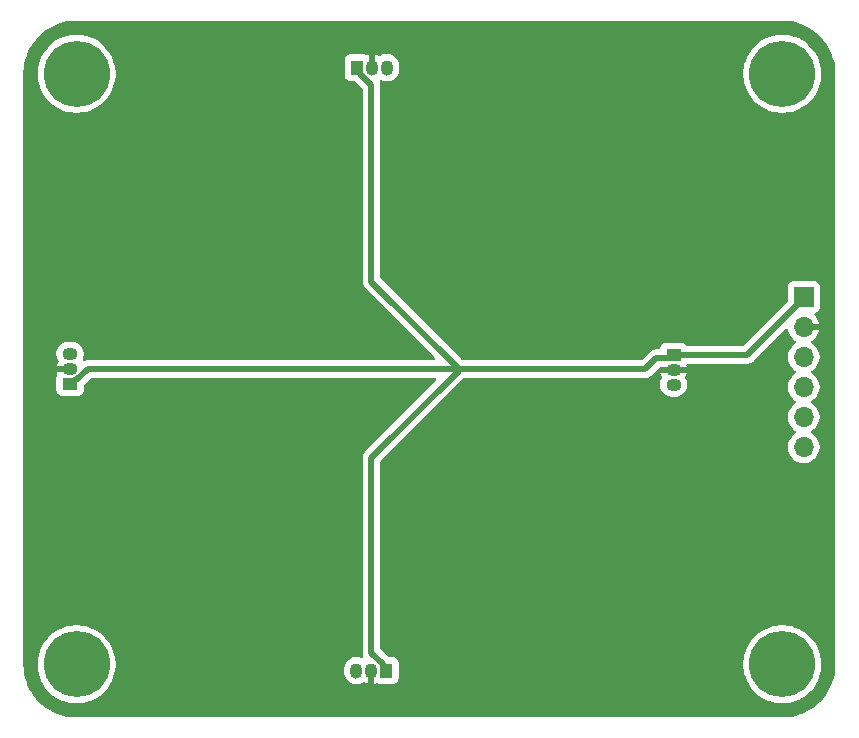
<source format=gbr>
%TF.GenerationSoftware,KiCad,Pcbnew,9.0.0*%
%TF.CreationDate,2025-06-04T23:47:33+02:00*%
%TF.ProjectId,uv_controler,75765f63-6f6e-4747-926f-6c65722e6b69,rev?*%
%TF.SameCoordinates,Original*%
%TF.FileFunction,Copper,L2,Bot*%
%TF.FilePolarity,Positive*%
%FSLAX46Y46*%
G04 Gerber Fmt 4.6, Leading zero omitted, Abs format (unit mm)*
G04 Created by KiCad (PCBNEW 9.0.0) date 2025-06-04 23:47:33*
%MOMM*%
%LPD*%
G01*
G04 APERTURE LIST*
%TA.AperFunction,ComponentPad*%
%ADD10R,1.050000X1.300000*%
%TD*%
%TA.AperFunction,ComponentPad*%
%ADD11O,1.050000X1.300000*%
%TD*%
%TA.AperFunction,ComponentPad*%
%ADD12R,1.300000X1.050000*%
%TD*%
%TA.AperFunction,ComponentPad*%
%ADD13O,1.300000X1.050000*%
%TD*%
%TA.AperFunction,ComponentPad*%
%ADD14R,1.700000X1.700000*%
%TD*%
%TA.AperFunction,ComponentPad*%
%ADD15O,1.700000X1.700000*%
%TD*%
%TA.AperFunction,ComponentPad*%
%ADD16C,5.600000*%
%TD*%
%TA.AperFunction,Conductor*%
%ADD17C,0.500000*%
%TD*%
G04 APERTURE END LIST*
D10*
%TO.P,U10,1,SUPPLY*%
%TO.N,+5VD*%
X54470534Y-61475000D03*
D11*
%TO.P,U10,2,GND*%
%TO.N,GND2*%
X55740534Y-61475000D03*
%TO.P,U10,3,OUTPUT*%
%TO.N,/JOY_FORWARD_D*%
X57010534Y-61475000D03*
%TD*%
D12*
%TO.P,U9,1,SUPPLY*%
%TO.N,+5VD*%
X81285534Y-85787500D03*
D13*
%TO.P,U9,2,GND*%
%TO.N,GND2*%
X81285534Y-87057500D03*
%TO.P,U9,3,OUTPUT*%
%TO.N,/JOY_RIGHT_D*%
X81285534Y-88327500D03*
%TD*%
D14*
%TO.P,J4,1,Pin_1*%
%TO.N,+5VD*%
X92300000Y-80900000D03*
D15*
%TO.P,J4,2,Pin_2*%
%TO.N,GND2*%
X92300000Y-83440000D03*
%TO.P,J4,3,Pin_3*%
%TO.N,/JOY_FORWARD_D*%
X92300000Y-85980000D03*
%TO.P,J4,4,Pin_4*%
%TO.N,/JOY_RIGHT_D*%
X92300000Y-88520000D03*
%TO.P,J4,5,Pin_5*%
%TO.N,/JOY_BACKWARD_D*%
X92300000Y-91060000D03*
%TO.P,J4,6,Pin_6*%
%TO.N,/JOY_LEFT_D*%
X92300000Y-93600000D03*
%TD*%
D16*
%TO.P,REF\u002A\u002A,1*%
%TO.N,N/C*%
X30735534Y-112000000D03*
%TD*%
D10*
%TO.P,U11,1,SUPPLY*%
%TO.N,+5VD*%
X56973034Y-112525000D03*
D11*
%TO.P,U11,2,GND*%
%TO.N,GND2*%
X55703034Y-112525000D03*
%TO.P,U11,3,OUTPUT*%
%TO.N,/JOY_BACKWARD_D*%
X54433034Y-112525000D03*
%TD*%
D16*
%TO.P,REF\u002A\u002A,1*%
%TO.N,N/C*%
X90485534Y-112000000D03*
%TD*%
%TO.P,REF\u002A\u002A,1*%
%TO.N,N/C*%
X30735534Y-62000000D03*
%TD*%
D12*
%TO.P,U12,1,SUPPLY*%
%TO.N,+5VD*%
X30185534Y-88250000D03*
D13*
%TO.P,U12,2,GND*%
%TO.N,GND2*%
X30185534Y-86980000D03*
%TO.P,U12,3,OUTPUT*%
%TO.N,/JOY_LEFT_D*%
X30185534Y-85710000D03*
%TD*%
D16*
%TO.P,REF\u002A\u002A,1*%
%TO.N,N/C*%
X90485534Y-62000000D03*
%TD*%
D17*
%TO.N,+5VD*%
X92300000Y-81000000D02*
X87500000Y-85800000D01*
X81285534Y-85787500D02*
X80991534Y-86081500D01*
X56973034Y-112525000D02*
X56679034Y-112231000D01*
X63075000Y-86975000D02*
X55700000Y-79600000D01*
X31670806Y-87000000D02*
X33200000Y-87000000D01*
X56679034Y-112231000D02*
X56679034Y-111995728D01*
X30714806Y-87956000D02*
X31670806Y-87000000D01*
X55700000Y-79600000D02*
X55700000Y-63200000D01*
X56679034Y-111995728D02*
X55700000Y-111016694D01*
X92300000Y-80900000D02*
X92300000Y-81000000D01*
X54764534Y-61769000D02*
X54470534Y-61475000D01*
X63075000Y-87125000D02*
X63075000Y-87000000D01*
X55700000Y-111016694D02*
X55700000Y-110800000D01*
X78900000Y-87000000D02*
X63075000Y-87000000D01*
X31670806Y-87000000D02*
X63075000Y-87000000D01*
X55700000Y-62939738D02*
X54764534Y-62004272D01*
X80991534Y-86081500D02*
X79818500Y-86081500D01*
X55700000Y-94500000D02*
X63075000Y-87125000D01*
X87487500Y-85787500D02*
X81285534Y-85787500D01*
X87500000Y-85800000D02*
X87487500Y-85787500D01*
X30185534Y-88250000D02*
X30479534Y-87956000D01*
X30479534Y-87956000D02*
X30714806Y-87956000D01*
X55700000Y-63200000D02*
X55700000Y-62939738D01*
X54764534Y-62004272D02*
X54764534Y-61769000D01*
X55700000Y-110800000D02*
X55700000Y-94500000D01*
X63075000Y-87000000D02*
X63075000Y-86975000D01*
X79818500Y-86081500D02*
X78900000Y-87000000D01*
%TD*%
%TA.AperFunction,Conductor*%
%TO.N,GND2*%
G36*
X90488233Y-57500618D02*
G01*
X90872295Y-57517388D01*
X90883037Y-57518328D01*
X91261497Y-57568156D01*
X91272124Y-57570029D01*
X91644802Y-57652652D01*
X91655240Y-57655449D01*
X92019288Y-57770235D01*
X92029438Y-57773930D01*
X92305332Y-57888211D01*
X92382091Y-57920006D01*
X92391895Y-57924578D01*
X92730474Y-58100833D01*
X92739815Y-58106226D01*
X93024808Y-58287788D01*
X93061751Y-58311324D01*
X93070608Y-58317525D01*
X93373431Y-58549891D01*
X93373442Y-58549899D01*
X93381729Y-58556853D01*
X93663146Y-58814726D01*
X93670795Y-58822375D01*
X93928671Y-59103800D01*
X93935624Y-59112087D01*
X94167982Y-59414904D01*
X94174187Y-59423765D01*
X94379280Y-59745698D01*
X94384688Y-59755066D01*
X94560933Y-60093631D01*
X94565502Y-60103428D01*
X94680560Y-60381204D01*
X94711576Y-60456082D01*
X94715275Y-60466245D01*
X94813296Y-60777128D01*
X94830057Y-60830285D01*
X94832857Y-60840735D01*
X94915472Y-61213391D01*
X94917350Y-61224044D01*
X94967171Y-61602474D01*
X94968114Y-61613249D01*
X94980595Y-61899119D01*
X94984916Y-61998067D01*
X94985034Y-62003476D01*
X94985034Y-111997293D01*
X94984916Y-112002702D01*
X94968148Y-112386753D01*
X94967205Y-112397529D01*
X94917384Y-112775958D01*
X94915506Y-112786612D01*
X94832887Y-113159279D01*
X94830087Y-113169727D01*
X94715309Y-113533760D01*
X94711609Y-113543926D01*
X94565536Y-113896579D01*
X94560964Y-113906383D01*
X94384718Y-114244950D01*
X94379310Y-114254318D01*
X94174215Y-114576254D01*
X94168010Y-114585115D01*
X93935650Y-114887934D01*
X93928697Y-114896221D01*
X93670819Y-115177648D01*
X93663170Y-115185297D01*
X93381745Y-115443178D01*
X93373464Y-115450126D01*
X93232859Y-115558018D01*
X93070640Y-115682494D01*
X93061779Y-115688698D01*
X92739849Y-115893793D01*
X92730480Y-115899202D01*
X92391913Y-116075449D01*
X92382110Y-116080021D01*
X92029454Y-116226099D01*
X92019288Y-116229799D01*
X91655254Y-116344580D01*
X91644805Y-116347380D01*
X91272143Y-116430000D01*
X91261490Y-116431878D01*
X90883058Y-116481702D01*
X90872282Y-116482645D01*
X90489012Y-116499382D01*
X90483602Y-116499500D01*
X30738240Y-116499500D01*
X30732831Y-116499382D01*
X30348781Y-116482614D01*
X30338007Y-116481671D01*
X30148789Y-116456760D01*
X29959574Y-116431850D01*
X29948924Y-116429972D01*
X29576258Y-116347354D01*
X29565811Y-116344555D01*
X29201777Y-116229776D01*
X29191611Y-116226076D01*
X28838959Y-116080003D01*
X28829155Y-116075431D01*
X28716911Y-116017001D01*
X28490574Y-115899177D01*
X28481218Y-115893776D01*
X28159312Y-115688698D01*
X28159295Y-115688687D01*
X28150434Y-115682483D01*
X27847608Y-115450117D01*
X27839321Y-115443164D01*
X27648942Y-115268714D01*
X27557883Y-115185274D01*
X27550246Y-115177636D01*
X27292374Y-114896218D01*
X27285420Y-114887931D01*
X27053048Y-114585098D01*
X27046844Y-114576237D01*
X27033539Y-114555353D01*
X26841751Y-114254306D01*
X26836358Y-114244966D01*
X26660097Y-113906371D01*
X26655528Y-113896573D01*
X26573627Y-113698848D01*
X26509453Y-113543918D01*
X26505754Y-113533755D01*
X26390970Y-113169705D01*
X26388177Y-113159279D01*
X26305555Y-112786598D01*
X26303682Y-112775971D01*
X26253856Y-112397506D01*
X26252916Y-112386771D01*
X26236152Y-112002793D01*
X26236034Y-111997384D01*
X26236034Y-111837857D01*
X27435034Y-111837857D01*
X27435034Y-112162143D01*
X27444588Y-112259152D01*
X27466818Y-112484857D01*
X27466821Y-112484874D01*
X27530079Y-112802902D01*
X27530082Y-112802913D01*
X27624220Y-113113247D01*
X27748320Y-113412849D01*
X27748322Y-113412854D01*
X27901180Y-113698830D01*
X27901191Y-113698848D01*
X28081345Y-113968467D01*
X28081355Y-113968481D01*
X28287080Y-114219158D01*
X28516375Y-114448453D01*
X28516380Y-114448457D01*
X28516381Y-114448458D01*
X28767058Y-114654183D01*
X29036692Y-114834347D01*
X29036701Y-114834352D01*
X29036703Y-114834353D01*
X29322679Y-114987211D01*
X29322681Y-114987211D01*
X29322687Y-114987215D01*
X29622288Y-115111314D01*
X29932611Y-115205449D01*
X29932617Y-115205450D01*
X29932620Y-115205451D01*
X29932631Y-115205454D01*
X30132062Y-115245122D01*
X30250666Y-115268714D01*
X30573391Y-115300500D01*
X30573394Y-115300500D01*
X30897674Y-115300500D01*
X30897677Y-115300500D01*
X31220402Y-115268714D01*
X31377829Y-115237399D01*
X31538436Y-115205454D01*
X31538447Y-115205451D01*
X31538447Y-115205450D01*
X31538457Y-115205449D01*
X31848780Y-115111314D01*
X32148381Y-114987215D01*
X32434376Y-114834347D01*
X32704010Y-114654183D01*
X32954687Y-114448458D01*
X33183992Y-114219153D01*
X33389717Y-113968476D01*
X33569881Y-113698842D01*
X33722749Y-113412847D01*
X33846848Y-113113246D01*
X33940983Y-112802923D01*
X33940985Y-112802913D01*
X33940988Y-112802902D01*
X33989787Y-112557568D01*
X34004248Y-112484868D01*
X34036034Y-112162143D01*
X34036034Y-111837857D01*
X34004248Y-111515132D01*
X33972359Y-111354815D01*
X33940988Y-111197097D01*
X33940985Y-111197086D01*
X33940984Y-111197083D01*
X33940983Y-111197077D01*
X33846848Y-110886754D01*
X33722749Y-110587153D01*
X33569881Y-110301158D01*
X33389717Y-110031524D01*
X33183992Y-109780847D01*
X33183991Y-109780846D01*
X33183987Y-109780841D01*
X32954692Y-109551546D01*
X32704015Y-109345821D01*
X32704014Y-109345820D01*
X32704010Y-109345817D01*
X32434376Y-109165653D01*
X32434371Y-109165650D01*
X32434364Y-109165646D01*
X32148388Y-109012788D01*
X32148383Y-109012786D01*
X31848781Y-108888686D01*
X31538447Y-108794548D01*
X31538436Y-108794545D01*
X31220408Y-108731287D01*
X31220391Y-108731284D01*
X30976346Y-108707248D01*
X30897677Y-108699500D01*
X30573391Y-108699500D01*
X30500633Y-108706666D01*
X30250676Y-108731284D01*
X30250659Y-108731287D01*
X29932631Y-108794545D01*
X29932620Y-108794548D01*
X29622286Y-108888686D01*
X29322684Y-109012786D01*
X29322679Y-109012788D01*
X29036703Y-109165646D01*
X29036685Y-109165657D01*
X28767066Y-109345811D01*
X28767052Y-109345821D01*
X28516375Y-109551546D01*
X28287080Y-109780841D01*
X28081355Y-110031518D01*
X28081345Y-110031532D01*
X27901191Y-110301151D01*
X27901180Y-110301169D01*
X27748322Y-110587145D01*
X27748320Y-110587150D01*
X27624220Y-110886752D01*
X27530082Y-111197086D01*
X27530079Y-111197097D01*
X27466821Y-111515125D01*
X27466818Y-111515142D01*
X27444053Y-111746282D01*
X27435034Y-111837857D01*
X26236034Y-111837857D01*
X26236034Y-85608992D01*
X29035034Y-85608992D01*
X29035034Y-85811007D01*
X29074441Y-86009119D01*
X29074443Y-86009127D01*
X29151746Y-86195754D01*
X29205738Y-86276558D01*
X29226615Y-86343235D01*
X29208130Y-86410615D01*
X29205738Y-86414337D01*
X29152189Y-86494479D01*
X29152188Y-86494481D01*
X29074924Y-86681016D01*
X29074921Y-86681025D01*
X29065181Y-86730000D01*
X29905204Y-86730000D01*
X29885459Y-86749745D01*
X29836090Y-86835255D01*
X29810534Y-86930630D01*
X29810534Y-87029370D01*
X29836090Y-87124745D01*
X29885459Y-87210255D01*
X29899704Y-87224500D01*
X29487663Y-87224500D01*
X29487659Y-87224501D01*
X29455111Y-87228000D01*
X29443110Y-87229290D01*
X29429859Y-87230000D01*
X29065181Y-87230000D01*
X29074921Y-87278974D01*
X29074924Y-87278983D01*
X29108207Y-87359335D01*
X29115676Y-87428804D01*
X29095690Y-87474723D01*
X29095988Y-87474886D01*
X29094170Y-87478213D01*
X29092919Y-87481090D01*
X29091740Y-87482664D01*
X29091736Y-87482671D01*
X29041442Y-87617517D01*
X29035035Y-87677116D01*
X29035034Y-87677135D01*
X29035034Y-88822870D01*
X29035035Y-88822876D01*
X29041442Y-88882483D01*
X29091736Y-89017328D01*
X29091740Y-89017335D01*
X29177986Y-89132544D01*
X29177989Y-89132547D01*
X29293198Y-89218793D01*
X29293205Y-89218797D01*
X29428051Y-89269091D01*
X29428050Y-89269091D01*
X29434978Y-89269835D01*
X29487661Y-89275500D01*
X30883406Y-89275499D01*
X30943017Y-89269091D01*
X31077865Y-89218796D01*
X31193080Y-89132546D01*
X31279330Y-89017331D01*
X31329625Y-88882483D01*
X31336034Y-88822873D01*
X31336033Y-88447500D01*
X31355717Y-88380462D01*
X31372347Y-88359825D01*
X31945354Y-87786819D01*
X32006677Y-87753334D01*
X32033035Y-87750500D01*
X61088770Y-87750500D01*
X61155809Y-87770185D01*
X61201564Y-87822989D01*
X61211508Y-87892147D01*
X61182483Y-87955703D01*
X61176451Y-87962181D01*
X55117052Y-94021578D01*
X55117049Y-94021581D01*
X55082082Y-94073913D01*
X55082083Y-94073914D01*
X55034913Y-94144508D01*
X54978343Y-94281082D01*
X54978340Y-94281092D01*
X54949500Y-94426079D01*
X54949500Y-94426082D01*
X54949500Y-110726082D01*
X54949500Y-111090612D01*
X54949500Y-111090614D01*
X54949499Y-111090614D01*
X54978340Y-111235601D01*
X54978342Y-111235607D01*
X55003918Y-111297352D01*
X55011387Y-111366821D01*
X54980112Y-111429301D01*
X54920023Y-111464953D01*
X54850198Y-111462460D01*
X54841904Y-111459366D01*
X54732161Y-111413909D01*
X54732153Y-111413907D01*
X54534041Y-111374500D01*
X54534037Y-111374500D01*
X54332031Y-111374500D01*
X54332026Y-111374500D01*
X54133914Y-111413907D01*
X54133906Y-111413909D01*
X53947281Y-111491212D01*
X53947271Y-111491217D01*
X53779315Y-111603441D01*
X53636475Y-111746281D01*
X53524251Y-111914237D01*
X53524246Y-111914247D01*
X53446943Y-112100872D01*
X53446941Y-112100880D01*
X53407534Y-112298992D01*
X53407534Y-112751007D01*
X53446941Y-112949119D01*
X53446943Y-112949127D01*
X53524246Y-113135752D01*
X53524251Y-113135762D01*
X53636475Y-113303718D01*
X53779315Y-113446558D01*
X53947271Y-113558782D01*
X53947275Y-113558784D01*
X53947278Y-113558786D01*
X54133907Y-113636091D01*
X54299811Y-113669091D01*
X54332026Y-113675499D01*
X54332030Y-113675500D01*
X54332031Y-113675500D01*
X54534038Y-113675500D01*
X54534039Y-113675499D01*
X54732161Y-113636091D01*
X54918790Y-113558786D01*
X54999596Y-113504792D01*
X55066268Y-113483917D01*
X55133648Y-113502401D01*
X55137374Y-113504795D01*
X55217513Y-113558343D01*
X55217520Y-113558347D01*
X55404050Y-113635609D01*
X55404059Y-113635612D01*
X55453034Y-113645353D01*
X55453034Y-112805330D01*
X55472779Y-112825075D01*
X55558289Y-112874444D01*
X55653664Y-112900000D01*
X55752404Y-112900000D01*
X55847779Y-112874444D01*
X55933289Y-112825075D01*
X55947534Y-112810830D01*
X55947534Y-113222870D01*
X55947535Y-113222874D01*
X55952324Y-113267421D01*
X55953034Y-113280675D01*
X55953034Y-113645352D01*
X56002008Y-113635611D01*
X56002012Y-113635610D01*
X56082367Y-113602326D01*
X56151836Y-113594857D01*
X56197759Y-113614845D01*
X56197922Y-113614547D01*
X56201254Y-113616366D01*
X56204129Y-113617618D01*
X56205702Y-113618795D01*
X56205704Y-113618797D01*
X56340551Y-113669091D01*
X56340550Y-113669091D01*
X56347478Y-113669835D01*
X56400161Y-113675500D01*
X57545906Y-113675499D01*
X57605517Y-113669091D01*
X57740365Y-113618796D01*
X57855580Y-113532546D01*
X57941830Y-113417331D01*
X57992125Y-113282483D01*
X57998534Y-113222873D01*
X57998533Y-111837857D01*
X87185034Y-111837857D01*
X87185034Y-112162143D01*
X87194588Y-112259152D01*
X87216818Y-112484857D01*
X87216821Y-112484874D01*
X87280079Y-112802902D01*
X87280082Y-112802913D01*
X87374220Y-113113247D01*
X87498320Y-113412849D01*
X87498322Y-113412854D01*
X87651180Y-113698830D01*
X87651191Y-113698848D01*
X87831345Y-113968467D01*
X87831355Y-113968481D01*
X88037080Y-114219158D01*
X88266375Y-114448453D01*
X88266380Y-114448457D01*
X88266381Y-114448458D01*
X88517058Y-114654183D01*
X88786692Y-114834347D01*
X88786701Y-114834352D01*
X88786703Y-114834353D01*
X89072679Y-114987211D01*
X89072681Y-114987211D01*
X89072687Y-114987215D01*
X89372288Y-115111314D01*
X89682611Y-115205449D01*
X89682617Y-115205450D01*
X89682620Y-115205451D01*
X89682631Y-115205454D01*
X89882062Y-115245122D01*
X90000666Y-115268714D01*
X90323391Y-115300500D01*
X90323394Y-115300500D01*
X90647674Y-115300500D01*
X90647677Y-115300500D01*
X90970402Y-115268714D01*
X91127829Y-115237399D01*
X91288436Y-115205454D01*
X91288447Y-115205451D01*
X91288447Y-115205450D01*
X91288457Y-115205449D01*
X91598780Y-115111314D01*
X91898381Y-114987215D01*
X92184376Y-114834347D01*
X92454010Y-114654183D01*
X92704687Y-114448458D01*
X92933992Y-114219153D01*
X93139717Y-113968476D01*
X93319881Y-113698842D01*
X93472749Y-113412847D01*
X93596848Y-113113246D01*
X93690983Y-112802923D01*
X93690985Y-112802913D01*
X93690988Y-112802902D01*
X93739787Y-112557568D01*
X93754248Y-112484868D01*
X93786034Y-112162143D01*
X93786034Y-111837857D01*
X93754248Y-111515132D01*
X93722359Y-111354815D01*
X93690988Y-111197097D01*
X93690985Y-111197086D01*
X93690984Y-111197083D01*
X93690983Y-111197077D01*
X93596848Y-110886754D01*
X93472749Y-110587153D01*
X93319881Y-110301158D01*
X93139717Y-110031524D01*
X92933992Y-109780847D01*
X92933991Y-109780846D01*
X92933987Y-109780841D01*
X92704692Y-109551546D01*
X92454015Y-109345821D01*
X92454014Y-109345820D01*
X92454010Y-109345817D01*
X92184376Y-109165653D01*
X92184371Y-109165650D01*
X92184364Y-109165646D01*
X91898388Y-109012788D01*
X91898383Y-109012786D01*
X91598781Y-108888686D01*
X91288447Y-108794548D01*
X91288436Y-108794545D01*
X90970408Y-108731287D01*
X90970391Y-108731284D01*
X90726346Y-108707248D01*
X90647677Y-108699500D01*
X90323391Y-108699500D01*
X90250633Y-108706666D01*
X90000676Y-108731284D01*
X90000659Y-108731287D01*
X89682631Y-108794545D01*
X89682620Y-108794548D01*
X89372286Y-108888686D01*
X89072684Y-109012786D01*
X89072679Y-109012788D01*
X88786703Y-109165646D01*
X88786685Y-109165657D01*
X88517066Y-109345811D01*
X88517052Y-109345821D01*
X88266375Y-109551546D01*
X88037080Y-109780841D01*
X87831355Y-110031518D01*
X87831345Y-110031532D01*
X87651191Y-110301151D01*
X87651180Y-110301169D01*
X87498322Y-110587145D01*
X87498320Y-110587150D01*
X87374220Y-110886752D01*
X87280082Y-111197086D01*
X87280079Y-111197097D01*
X87216821Y-111515125D01*
X87216818Y-111515142D01*
X87194053Y-111746282D01*
X87185034Y-111837857D01*
X57998533Y-111837857D01*
X57998533Y-111827128D01*
X57992125Y-111767517D01*
X57984204Y-111746281D01*
X57941831Y-111632671D01*
X57941827Y-111632664D01*
X57855581Y-111517455D01*
X57855578Y-111517452D01*
X57740369Y-111431206D01*
X57740362Y-111431202D01*
X57605516Y-111380908D01*
X57605517Y-111380908D01*
X57545917Y-111374501D01*
X57545915Y-111374500D01*
X57545907Y-111374500D01*
X57545899Y-111374500D01*
X57170535Y-111374500D01*
X57103496Y-111354815D01*
X57082854Y-111338181D01*
X56486819Y-110742145D01*
X56453334Y-110680822D01*
X56450500Y-110654464D01*
X56450500Y-94862230D01*
X56470185Y-94795191D01*
X56486819Y-94774549D01*
X63474549Y-87786819D01*
X63535872Y-87753334D01*
X63562230Y-87750500D01*
X78973920Y-87750500D01*
X79071462Y-87731096D01*
X79118913Y-87721658D01*
X79255495Y-87665084D01*
X79304729Y-87632186D01*
X79312665Y-87626884D01*
X79329071Y-87615921D01*
X79378416Y-87582952D01*
X80093048Y-86868318D01*
X80154371Y-86834834D01*
X80180729Y-86832000D01*
X80982714Y-86832000D01*
X80936090Y-86912755D01*
X80910534Y-87008130D01*
X80910534Y-87106870D01*
X80936090Y-87202245D01*
X80985459Y-87287755D01*
X81005204Y-87307500D01*
X80165181Y-87307500D01*
X80174921Y-87356474D01*
X80174924Y-87356483D01*
X80252186Y-87543013D01*
X80252193Y-87543026D01*
X80305737Y-87623159D01*
X80326615Y-87689836D01*
X80308131Y-87757216D01*
X80305738Y-87760939D01*
X80251748Y-87841743D01*
X80174443Y-88028372D01*
X80174441Y-88028380D01*
X80135034Y-88226492D01*
X80135034Y-88428507D01*
X80174441Y-88626619D01*
X80174443Y-88626627D01*
X80251746Y-88813252D01*
X80251751Y-88813262D01*
X80363975Y-88981218D01*
X80506815Y-89124058D01*
X80674771Y-89236282D01*
X80674775Y-89236284D01*
X80674778Y-89236286D01*
X80861407Y-89313591D01*
X81059526Y-89352999D01*
X81059530Y-89353000D01*
X81059531Y-89353000D01*
X81511538Y-89353000D01*
X81511539Y-89352999D01*
X81709661Y-89313591D01*
X81896290Y-89236286D01*
X82064252Y-89124058D01*
X82207092Y-88981218D01*
X82319320Y-88813256D01*
X82396625Y-88626627D01*
X82436034Y-88428503D01*
X82436034Y-88226497D01*
X82396625Y-88028373D01*
X82319320Y-87841744D01*
X82265328Y-87760939D01*
X82244451Y-87694264D01*
X82262935Y-87626884D01*
X82265330Y-87623158D01*
X82318878Y-87543018D01*
X82318880Y-87543015D01*
X82396143Y-87356483D01*
X82396146Y-87356474D01*
X82405887Y-87307500D01*
X81565864Y-87307500D01*
X81585609Y-87287755D01*
X81634978Y-87202245D01*
X81660534Y-87106870D01*
X81660534Y-87008130D01*
X81634978Y-86912755D01*
X81585609Y-86827245D01*
X81571363Y-86812999D01*
X81983405Y-86812999D01*
X81983406Y-86812999D01*
X82027957Y-86808209D01*
X82041209Y-86807500D01*
X82405887Y-86807500D01*
X82396145Y-86758525D01*
X82396143Y-86758517D01*
X82375820Y-86709453D01*
X82368351Y-86639984D01*
X82399626Y-86577505D01*
X82459714Y-86541852D01*
X82490381Y-86538000D01*
X87351030Y-86538000D01*
X87375220Y-86540382D01*
X87426081Y-86550499D01*
X87426082Y-86550500D01*
X87426083Y-86550500D01*
X87573919Y-86550500D01*
X87573920Y-86550499D01*
X87718913Y-86521659D01*
X87855495Y-86465084D01*
X87978416Y-86382952D01*
X88082952Y-86278416D01*
X88082952Y-86278415D01*
X90759476Y-83601889D01*
X90820797Y-83568406D01*
X90890489Y-83573390D01*
X90946422Y-83615262D01*
X90969628Y-83670174D01*
X90983242Y-83756127D01*
X90983242Y-83756130D01*
X91048904Y-83958217D01*
X91145379Y-84147557D01*
X91270272Y-84319459D01*
X91270276Y-84319464D01*
X91420535Y-84469723D01*
X91420540Y-84469727D01*
X91592444Y-84594622D01*
X91601495Y-84599234D01*
X91652292Y-84647208D01*
X91669087Y-84715029D01*
X91646550Y-84781164D01*
X91601499Y-84820202D01*
X91592182Y-84824949D01*
X91420213Y-84949890D01*
X91269890Y-85100213D01*
X91144951Y-85272179D01*
X91048444Y-85461585D01*
X90982753Y-85663760D01*
X90949500Y-85873713D01*
X90949500Y-86086286D01*
X90979918Y-86278342D01*
X90982754Y-86296243D01*
X91037614Y-86465085D01*
X91048444Y-86498414D01*
X91144951Y-86687820D01*
X91269890Y-86859786D01*
X91420213Y-87010109D01*
X91592182Y-87135050D01*
X91600946Y-87139516D01*
X91651742Y-87187491D01*
X91668536Y-87255312D01*
X91645998Y-87321447D01*
X91600946Y-87360484D01*
X91592182Y-87364949D01*
X91420213Y-87489890D01*
X91269890Y-87640213D01*
X91144951Y-87812179D01*
X91048444Y-88001585D01*
X90982753Y-88203760D01*
X90949500Y-88413713D01*
X90949500Y-88626286D01*
X90979112Y-88813252D01*
X90982754Y-88836243D01*
X91041593Y-89017331D01*
X91048444Y-89038414D01*
X91144951Y-89227820D01*
X91269890Y-89399786D01*
X91420213Y-89550109D01*
X91592182Y-89675050D01*
X91600946Y-89679516D01*
X91651742Y-89727491D01*
X91668536Y-89795312D01*
X91645998Y-89861447D01*
X91600946Y-89900484D01*
X91592182Y-89904949D01*
X91420213Y-90029890D01*
X91269890Y-90180213D01*
X91144951Y-90352179D01*
X91048444Y-90541585D01*
X90982753Y-90743760D01*
X90949500Y-90953713D01*
X90949500Y-91166286D01*
X90982753Y-91376239D01*
X91048444Y-91578414D01*
X91144951Y-91767820D01*
X91269890Y-91939786D01*
X91420213Y-92090109D01*
X91592182Y-92215050D01*
X91600946Y-92219516D01*
X91651742Y-92267491D01*
X91668536Y-92335312D01*
X91645998Y-92401447D01*
X91600946Y-92440484D01*
X91592182Y-92444949D01*
X91420213Y-92569890D01*
X91269890Y-92720213D01*
X91144951Y-92892179D01*
X91048444Y-93081585D01*
X90982753Y-93283760D01*
X90949500Y-93493713D01*
X90949500Y-93706287D01*
X90982754Y-93916243D01*
X91033984Y-94073913D01*
X91048444Y-94118414D01*
X91144951Y-94307820D01*
X91269890Y-94479786D01*
X91420213Y-94630109D01*
X91592179Y-94755048D01*
X91592181Y-94755049D01*
X91592184Y-94755051D01*
X91781588Y-94851557D01*
X91983757Y-94917246D01*
X92193713Y-94950500D01*
X92193714Y-94950500D01*
X92406286Y-94950500D01*
X92406287Y-94950500D01*
X92616243Y-94917246D01*
X92818412Y-94851557D01*
X93007816Y-94755051D01*
X93029789Y-94739086D01*
X93179786Y-94630109D01*
X93179788Y-94630106D01*
X93179792Y-94630104D01*
X93330104Y-94479792D01*
X93330106Y-94479788D01*
X93330109Y-94479786D01*
X93455048Y-94307820D01*
X93455047Y-94307820D01*
X93455051Y-94307816D01*
X93551557Y-94118412D01*
X93617246Y-93916243D01*
X93650500Y-93706287D01*
X93650500Y-93493713D01*
X93617246Y-93283757D01*
X93551557Y-93081588D01*
X93455051Y-92892184D01*
X93455049Y-92892181D01*
X93455048Y-92892179D01*
X93330109Y-92720213D01*
X93179786Y-92569890D01*
X93007820Y-92444951D01*
X93007115Y-92444591D01*
X92999054Y-92440485D01*
X92948259Y-92392512D01*
X92931463Y-92324692D01*
X92953999Y-92258556D01*
X92999054Y-92219515D01*
X93007816Y-92215051D01*
X93029789Y-92199086D01*
X93179786Y-92090109D01*
X93179788Y-92090106D01*
X93179792Y-92090104D01*
X93330104Y-91939792D01*
X93330106Y-91939788D01*
X93330109Y-91939786D01*
X93455048Y-91767820D01*
X93455047Y-91767820D01*
X93455051Y-91767816D01*
X93551557Y-91578412D01*
X93617246Y-91376243D01*
X93650500Y-91166287D01*
X93650500Y-90953713D01*
X93617246Y-90743757D01*
X93551557Y-90541588D01*
X93455051Y-90352184D01*
X93455049Y-90352181D01*
X93455048Y-90352179D01*
X93330109Y-90180213D01*
X93179786Y-90029890D01*
X93007820Y-89904951D01*
X93007115Y-89904591D01*
X92999054Y-89900485D01*
X92948259Y-89852512D01*
X92931463Y-89784692D01*
X92953999Y-89718556D01*
X92999054Y-89679515D01*
X93007816Y-89675051D01*
X93029789Y-89659086D01*
X93179786Y-89550109D01*
X93179788Y-89550106D01*
X93179792Y-89550104D01*
X93330104Y-89399792D01*
X93330106Y-89399788D01*
X93330109Y-89399786D01*
X93439086Y-89249789D01*
X93455051Y-89227816D01*
X93551557Y-89038412D01*
X93617246Y-88836243D01*
X93650500Y-88626287D01*
X93650500Y-88413713D01*
X93617246Y-88203757D01*
X93551557Y-88001588D01*
X93455051Y-87812184D01*
X93455049Y-87812181D01*
X93455048Y-87812179D01*
X93330109Y-87640213D01*
X93179786Y-87489890D01*
X93007820Y-87364951D01*
X93007115Y-87364591D01*
X92999054Y-87360485D01*
X92948259Y-87312512D01*
X92931463Y-87244692D01*
X92953999Y-87178556D01*
X92999054Y-87139515D01*
X93007816Y-87135051D01*
X93055372Y-87100500D01*
X93179786Y-87010109D01*
X93179788Y-87010106D01*
X93179792Y-87010104D01*
X93330104Y-86859792D01*
X93330106Y-86859788D01*
X93330109Y-86859786D01*
X93455048Y-86687820D01*
X93455047Y-86687820D01*
X93455051Y-86687816D01*
X93551557Y-86498412D01*
X93617246Y-86296243D01*
X93650500Y-86086287D01*
X93650500Y-85873713D01*
X93617246Y-85663757D01*
X93551557Y-85461588D01*
X93455051Y-85272184D01*
X93455049Y-85272181D01*
X93455048Y-85272179D01*
X93330109Y-85100213D01*
X93179786Y-84949890D01*
X93007817Y-84824949D01*
X92998504Y-84820204D01*
X92947707Y-84772230D01*
X92930912Y-84704409D01*
X92953449Y-84638274D01*
X92998507Y-84599232D01*
X93007558Y-84594620D01*
X93179459Y-84469727D01*
X93179464Y-84469723D01*
X93329723Y-84319464D01*
X93329727Y-84319459D01*
X93454620Y-84147557D01*
X93551095Y-83958217D01*
X93616757Y-83756129D01*
X93616757Y-83756126D01*
X93627231Y-83690000D01*
X92733012Y-83690000D01*
X92765925Y-83632993D01*
X92800000Y-83505826D01*
X92800000Y-83374174D01*
X92765925Y-83247007D01*
X92733012Y-83190000D01*
X93627231Y-83190000D01*
X93616757Y-83123873D01*
X93616757Y-83123870D01*
X93551095Y-82921782D01*
X93454620Y-82732442D01*
X93329727Y-82560540D01*
X93329723Y-82560535D01*
X93216053Y-82446865D01*
X93182568Y-82385542D01*
X93187552Y-82315850D01*
X93229424Y-82259917D01*
X93260400Y-82243002D01*
X93392331Y-82193796D01*
X93507546Y-82107546D01*
X93593796Y-81992331D01*
X93644091Y-81857483D01*
X93650500Y-81797873D01*
X93650499Y-80002128D01*
X93644091Y-79942517D01*
X93597987Y-79818907D01*
X93593797Y-79807671D01*
X93593793Y-79807664D01*
X93507547Y-79692455D01*
X93507544Y-79692452D01*
X93392335Y-79606206D01*
X93392328Y-79606202D01*
X93257482Y-79555908D01*
X93257483Y-79555908D01*
X93197883Y-79549501D01*
X93197881Y-79549500D01*
X93197873Y-79549500D01*
X93197864Y-79549500D01*
X91402129Y-79549500D01*
X91402123Y-79549501D01*
X91342516Y-79555908D01*
X91207671Y-79606202D01*
X91207664Y-79606206D01*
X91092455Y-79692452D01*
X91092452Y-79692455D01*
X91006206Y-79807664D01*
X91006202Y-79807671D01*
X90955908Y-79942517D01*
X90949501Y-80002116D01*
X90949500Y-80002127D01*
X90949500Y-81237770D01*
X90929815Y-81304809D01*
X90913181Y-81325451D01*
X87237951Y-85000681D01*
X87176628Y-85034166D01*
X87150270Y-85037000D01*
X82453999Y-85037000D01*
X82386960Y-85017315D01*
X82354732Y-84987311D01*
X82293080Y-84904954D01*
X82270243Y-84887858D01*
X82177869Y-84818706D01*
X82177862Y-84818702D01*
X82043016Y-84768408D01*
X82043017Y-84768408D01*
X81983417Y-84762001D01*
X81983415Y-84762000D01*
X81983407Y-84762000D01*
X81983398Y-84762000D01*
X80587663Y-84762000D01*
X80587657Y-84762001D01*
X80528050Y-84768408D01*
X80393205Y-84818702D01*
X80393198Y-84818706D01*
X80277989Y-84904952D01*
X80277986Y-84904955D01*
X80191740Y-85020164D01*
X80191736Y-85020171D01*
X80141442Y-85155017D01*
X80134679Y-85217928D01*
X80133616Y-85217813D01*
X80111834Y-85279538D01*
X80056652Y-85322395D01*
X80011265Y-85331000D01*
X79744580Y-85331000D01*
X79599592Y-85359840D01*
X79599582Y-85359843D01*
X79463011Y-85416412D01*
X79462998Y-85416419D01*
X79340084Y-85498548D01*
X79340080Y-85498551D01*
X78625451Y-86213181D01*
X78564128Y-86246666D01*
X78537770Y-86249500D01*
X63462230Y-86249500D01*
X63395191Y-86229815D01*
X63374549Y-86213181D01*
X56486819Y-79325451D01*
X56453334Y-79264128D01*
X56450500Y-79237770D01*
X56450500Y-62865817D01*
X56443490Y-62830580D01*
X56428411Y-62754772D01*
X56421659Y-62720826D01*
X56406482Y-62684186D01*
X56404700Y-62678286D01*
X56404476Y-62649270D01*
X56401374Y-62620417D01*
X56404209Y-62614751D01*
X56404161Y-62608418D01*
X56419658Y-62583888D01*
X56432649Y-62557937D01*
X56438096Y-62554704D01*
X56441480Y-62549350D01*
X56467781Y-62537092D01*
X56492738Y-62522285D01*
X56499067Y-62522511D01*
X56504810Y-62519835D01*
X56533568Y-62523743D01*
X56562563Y-62524779D01*
X56570839Y-62527865D01*
X56711407Y-62586091D01*
X56877311Y-62619091D01*
X56909526Y-62625499D01*
X56909530Y-62625500D01*
X56909531Y-62625500D01*
X57111538Y-62625500D01*
X57111539Y-62625499D01*
X57309661Y-62586091D01*
X57496290Y-62508786D01*
X57664252Y-62396558D01*
X57807092Y-62253718D01*
X57919320Y-62085756D01*
X57996625Y-61899127D01*
X58008812Y-61837860D01*
X87185034Y-61837860D01*
X87185034Y-62162139D01*
X87216818Y-62484857D01*
X87216821Y-62484874D01*
X87280079Y-62802902D01*
X87280082Y-62802913D01*
X87374220Y-63113247D01*
X87498320Y-63412849D01*
X87498322Y-63412854D01*
X87651180Y-63698830D01*
X87651191Y-63698848D01*
X87831345Y-63968467D01*
X87831355Y-63968481D01*
X88037080Y-64219158D01*
X88266375Y-64448453D01*
X88266380Y-64448457D01*
X88266381Y-64448458D01*
X88517058Y-64654183D01*
X88786692Y-64834347D01*
X88786701Y-64834352D01*
X88786703Y-64834353D01*
X89072679Y-64987211D01*
X89072681Y-64987211D01*
X89072687Y-64987215D01*
X89372288Y-65111314D01*
X89682611Y-65205449D01*
X89682617Y-65205450D01*
X89682620Y-65205451D01*
X89682631Y-65205454D01*
X89882062Y-65245122D01*
X90000666Y-65268714D01*
X90323391Y-65300500D01*
X90323394Y-65300500D01*
X90647674Y-65300500D01*
X90647677Y-65300500D01*
X90970402Y-65268714D01*
X91127829Y-65237399D01*
X91288436Y-65205454D01*
X91288447Y-65205451D01*
X91288447Y-65205450D01*
X91288457Y-65205449D01*
X91598780Y-65111314D01*
X91898381Y-64987215D01*
X92184376Y-64834347D01*
X92454010Y-64654183D01*
X92704687Y-64448458D01*
X92933992Y-64219153D01*
X93139717Y-63968476D01*
X93319881Y-63698842D01*
X93472749Y-63412847D01*
X93596848Y-63113246D01*
X93690983Y-62802923D01*
X93690985Y-62802913D01*
X93690988Y-62802902D01*
X93734113Y-62586092D01*
X93754248Y-62484868D01*
X93786034Y-62162143D01*
X93786034Y-61837857D01*
X93754248Y-61515132D01*
X93715245Y-61319050D01*
X93690988Y-61197097D01*
X93690985Y-61197086D01*
X93690984Y-61197083D01*
X93690983Y-61197077D01*
X93596848Y-60886754D01*
X93472749Y-60587153D01*
X93470353Y-60582671D01*
X93319887Y-60301169D01*
X93319886Y-60301167D01*
X93319881Y-60301158D01*
X93139717Y-60031524D01*
X92933992Y-59780847D01*
X92933991Y-59780846D01*
X92933987Y-59780841D01*
X92704692Y-59551546D01*
X92454015Y-59345821D01*
X92454014Y-59345820D01*
X92454010Y-59345817D01*
X92184376Y-59165653D01*
X92184371Y-59165650D01*
X92184364Y-59165646D01*
X91898388Y-59012788D01*
X91898383Y-59012786D01*
X91598781Y-58888686D01*
X91288447Y-58794548D01*
X91288436Y-58794545D01*
X90970408Y-58731287D01*
X90970391Y-58731284D01*
X90726346Y-58707248D01*
X90647677Y-58699500D01*
X90323391Y-58699500D01*
X90250633Y-58706666D01*
X90000676Y-58731284D01*
X90000659Y-58731287D01*
X89682631Y-58794545D01*
X89682620Y-58794548D01*
X89372286Y-58888686D01*
X89072684Y-59012786D01*
X89072679Y-59012788D01*
X88786703Y-59165646D01*
X88786685Y-59165657D01*
X88517066Y-59345811D01*
X88517052Y-59345821D01*
X88266375Y-59551546D01*
X88037080Y-59780841D01*
X87831355Y-60031518D01*
X87831345Y-60031532D01*
X87651191Y-60301151D01*
X87651180Y-60301169D01*
X87498322Y-60587145D01*
X87498320Y-60587150D01*
X87374220Y-60886752D01*
X87280082Y-61197086D01*
X87280079Y-61197097D01*
X87216821Y-61515125D01*
X87216818Y-61515142D01*
X87198094Y-61705255D01*
X87187717Y-61810622D01*
X87185034Y-61837860D01*
X58008812Y-61837860D01*
X58010494Y-61829404D01*
X58014230Y-61810622D01*
X58036033Y-61701007D01*
X58036034Y-61701004D01*
X58036034Y-61248996D01*
X58036033Y-61248992D01*
X58028105Y-61209134D01*
X57996625Y-61050873D01*
X57919320Y-60864244D01*
X57919318Y-60864241D01*
X57919316Y-60864237D01*
X57807092Y-60696281D01*
X57664252Y-60553441D01*
X57496296Y-60441217D01*
X57496286Y-60441212D01*
X57309661Y-60363909D01*
X57309653Y-60363907D01*
X57111541Y-60324500D01*
X57111537Y-60324500D01*
X56909531Y-60324500D01*
X56909526Y-60324500D01*
X56711414Y-60363907D01*
X56711406Y-60363909D01*
X56524777Y-60441214D01*
X56443973Y-60495204D01*
X56377295Y-60516081D01*
X56309916Y-60497595D01*
X56306193Y-60495203D01*
X56226060Y-60441659D01*
X56226047Y-60441652D01*
X56039518Y-60364390D01*
X56039511Y-60364388D01*
X55990534Y-60354645D01*
X55990534Y-61194670D01*
X55970789Y-61174925D01*
X55885279Y-61125556D01*
X55789904Y-61100000D01*
X55691164Y-61100000D01*
X55595789Y-61125556D01*
X55510279Y-61174925D01*
X55496033Y-61189171D01*
X55496033Y-60777129D01*
X55496032Y-60777123D01*
X55496031Y-60777116D01*
X55491244Y-60732577D01*
X55490534Y-60719324D01*
X55490534Y-60354646D01*
X55490533Y-60354645D01*
X55441556Y-60364388D01*
X55441549Y-60364390D01*
X55361197Y-60397673D01*
X55291727Y-60405142D01*
X55245811Y-60385154D01*
X55245648Y-60385454D01*
X55242300Y-60383626D01*
X55239433Y-60382377D01*
X55237865Y-60381204D01*
X55237864Y-60381203D01*
X55237862Y-60381202D01*
X55103016Y-60330908D01*
X55103017Y-60330908D01*
X55043417Y-60324501D01*
X55043415Y-60324500D01*
X55043407Y-60324500D01*
X55043398Y-60324500D01*
X53897663Y-60324500D01*
X53897657Y-60324501D01*
X53838050Y-60330908D01*
X53703205Y-60381202D01*
X53703198Y-60381206D01*
X53587989Y-60467452D01*
X53587986Y-60467455D01*
X53501740Y-60582664D01*
X53501736Y-60582671D01*
X53451442Y-60717517D01*
X53445035Y-60777116D01*
X53445035Y-60777123D01*
X53445034Y-60777135D01*
X53445034Y-62172870D01*
X53445035Y-62172876D01*
X53451442Y-62232483D01*
X53501736Y-62367328D01*
X53501740Y-62367335D01*
X53587986Y-62482544D01*
X53587989Y-62482547D01*
X53703198Y-62568793D01*
X53703205Y-62568797D01*
X53743667Y-62583888D01*
X53838051Y-62619091D01*
X53897661Y-62625500D01*
X54273031Y-62625499D01*
X54340070Y-62645183D01*
X54360712Y-62661818D01*
X54913181Y-63214287D01*
X54946666Y-63275610D01*
X54949500Y-63301968D01*
X54949500Y-79673918D01*
X54949500Y-79673920D01*
X54949499Y-79673920D01*
X54978340Y-79818907D01*
X54978342Y-79818913D01*
X55034914Y-79955491D01*
X55034918Y-79955498D01*
X55066073Y-80002126D01*
X55117049Y-80078418D01*
X55117052Y-80078421D01*
X61076451Y-86037819D01*
X61109936Y-86099142D01*
X61104952Y-86168834D01*
X61063080Y-86224767D01*
X60997616Y-86249184D01*
X60988770Y-86249500D01*
X31596886Y-86249500D01*
X31451898Y-86278340D01*
X31451888Y-86278343D01*
X31406434Y-86297171D01*
X31336964Y-86304640D01*
X31274485Y-86273364D01*
X31238834Y-86213275D01*
X31241328Y-86143450D01*
X31244421Y-86135157D01*
X31259339Y-86099142D01*
X31296625Y-86009127D01*
X31336034Y-85811003D01*
X31336034Y-85608997D01*
X31296625Y-85410873D01*
X31219320Y-85224244D01*
X31219318Y-85224241D01*
X31219316Y-85224237D01*
X31107092Y-85056281D01*
X30964252Y-84913441D01*
X30796296Y-84801217D01*
X30796286Y-84801212D01*
X30609661Y-84723909D01*
X30609653Y-84723907D01*
X30411541Y-84684500D01*
X30411537Y-84684500D01*
X29959531Y-84684500D01*
X29959526Y-84684500D01*
X29761414Y-84723907D01*
X29761406Y-84723909D01*
X29574781Y-84801212D01*
X29574771Y-84801217D01*
X29406815Y-84913441D01*
X29263975Y-85056281D01*
X29151751Y-85224237D01*
X29151746Y-85224247D01*
X29074443Y-85410872D01*
X29074441Y-85410880D01*
X29035034Y-85608992D01*
X26236034Y-85608992D01*
X26236034Y-62002706D01*
X26236152Y-61997297D01*
X26240438Y-61899127D01*
X26243113Y-61837860D01*
X27435034Y-61837860D01*
X27435034Y-62162139D01*
X27466818Y-62484857D01*
X27466821Y-62484874D01*
X27530079Y-62802902D01*
X27530082Y-62802913D01*
X27624220Y-63113247D01*
X27748320Y-63412849D01*
X27748322Y-63412854D01*
X27901180Y-63698830D01*
X27901191Y-63698848D01*
X28081345Y-63968467D01*
X28081355Y-63968481D01*
X28287080Y-64219158D01*
X28516375Y-64448453D01*
X28516380Y-64448457D01*
X28516381Y-64448458D01*
X28767058Y-64654183D01*
X29036692Y-64834347D01*
X29036701Y-64834352D01*
X29036703Y-64834353D01*
X29322679Y-64987211D01*
X29322681Y-64987211D01*
X29322687Y-64987215D01*
X29622288Y-65111314D01*
X29932611Y-65205449D01*
X29932617Y-65205450D01*
X29932620Y-65205451D01*
X29932631Y-65205454D01*
X30132062Y-65245122D01*
X30250666Y-65268714D01*
X30573391Y-65300500D01*
X30573394Y-65300500D01*
X30897674Y-65300500D01*
X30897677Y-65300500D01*
X31220402Y-65268714D01*
X31377829Y-65237399D01*
X31538436Y-65205454D01*
X31538447Y-65205451D01*
X31538447Y-65205450D01*
X31538457Y-65205449D01*
X31848780Y-65111314D01*
X32148381Y-64987215D01*
X32434376Y-64834347D01*
X32704010Y-64654183D01*
X32954687Y-64448458D01*
X33183992Y-64219153D01*
X33389717Y-63968476D01*
X33569881Y-63698842D01*
X33722749Y-63412847D01*
X33846848Y-63113246D01*
X33940983Y-62802923D01*
X33940985Y-62802913D01*
X33940988Y-62802902D01*
X33984113Y-62586092D01*
X34004248Y-62484868D01*
X34036034Y-62162143D01*
X34036034Y-61837857D01*
X34004248Y-61515132D01*
X33965245Y-61319050D01*
X33940988Y-61197097D01*
X33940985Y-61197086D01*
X33940984Y-61197083D01*
X33940983Y-61197077D01*
X33846848Y-60886754D01*
X33722749Y-60587153D01*
X33720353Y-60582671D01*
X33569887Y-60301169D01*
X33569886Y-60301167D01*
X33569881Y-60301158D01*
X33389717Y-60031524D01*
X33183992Y-59780847D01*
X33183991Y-59780846D01*
X33183987Y-59780841D01*
X32954692Y-59551546D01*
X32704015Y-59345821D01*
X32704014Y-59345820D01*
X32704010Y-59345817D01*
X32434376Y-59165653D01*
X32434371Y-59165650D01*
X32434364Y-59165646D01*
X32148388Y-59012788D01*
X32148383Y-59012786D01*
X31848781Y-58888686D01*
X31538447Y-58794548D01*
X31538436Y-58794545D01*
X31220408Y-58731287D01*
X31220391Y-58731284D01*
X30976346Y-58707248D01*
X30897677Y-58699500D01*
X30573391Y-58699500D01*
X30500633Y-58706666D01*
X30250676Y-58731284D01*
X30250659Y-58731287D01*
X29932631Y-58794545D01*
X29932620Y-58794548D01*
X29622286Y-58888686D01*
X29322684Y-59012786D01*
X29322679Y-59012788D01*
X29036703Y-59165646D01*
X29036685Y-59165657D01*
X28767066Y-59345811D01*
X28767052Y-59345821D01*
X28516375Y-59551546D01*
X28287080Y-59780841D01*
X28081355Y-60031518D01*
X28081345Y-60031532D01*
X27901191Y-60301151D01*
X27901180Y-60301169D01*
X27748322Y-60587145D01*
X27748320Y-60587150D01*
X27624220Y-60886752D01*
X27530082Y-61197086D01*
X27530079Y-61197097D01*
X27466821Y-61515125D01*
X27466818Y-61515142D01*
X27448094Y-61705255D01*
X27437717Y-61810622D01*
X27435034Y-61837860D01*
X26243113Y-61837860D01*
X26252920Y-61613226D01*
X26253860Y-61602495D01*
X26303686Y-61224025D01*
X26305562Y-61213391D01*
X26388183Y-60840709D01*
X26390974Y-60830295D01*
X26505763Y-60466228D01*
X26509451Y-60456096D01*
X26655537Y-60103413D01*
X26660100Y-60093631D01*
X26836356Y-59755046D01*
X26841751Y-59745701D01*
X27046859Y-59423745D01*
X27053051Y-59414904D01*
X27285441Y-59112047D01*
X27292346Y-59103816D01*
X27550270Y-58822343D01*
X27557889Y-58814726D01*
X27839325Y-58556836D01*
X27847594Y-58549898D01*
X28150439Y-58317517D01*
X28159278Y-58311327D01*
X28481234Y-58106219D01*
X28490579Y-58100824D01*
X28829172Y-57924564D01*
X28838946Y-57920006D01*
X29191629Y-57773920D01*
X29201761Y-57770233D01*
X29565829Y-57655443D01*
X29576238Y-57652653D01*
X29948947Y-57570026D01*
X29959554Y-57568156D01*
X30338027Y-57518330D01*
X30348759Y-57517390D01*
X30732931Y-57500617D01*
X30738323Y-57500500D01*
X30801426Y-57500500D01*
X90419638Y-57500500D01*
X90482824Y-57500500D01*
X90488233Y-57500618D01*
G37*
%TD.AperFunction*%
%TD*%
M02*

</source>
